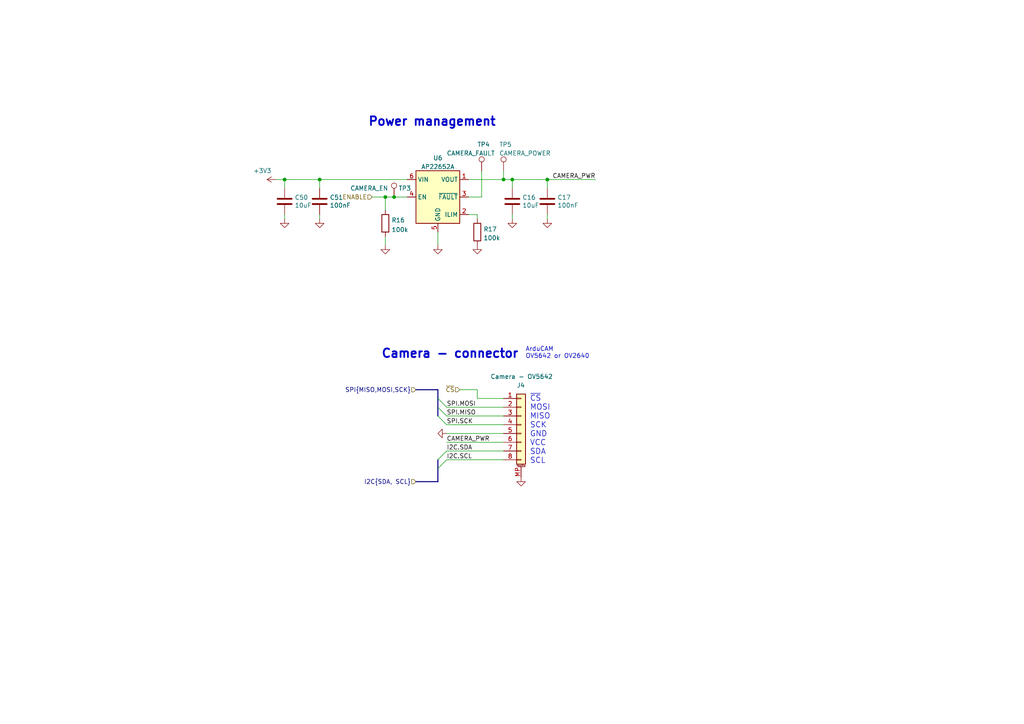
<source format=kicad_sch>
(kicad_sch (version 20211123) (generator eeschema)
  (paper "A4")
  (title_block (title "BUTCube - Flight controller") (date "2022-03-11") (rev "v1.0") (comment 1 "Author: Petr Malaník"))
  (lib_symbols
    (symbol "Connector:TestPoint" (pin_numbers hide) (pin_names (offset 0.762) hide)
      (property "Reference" "TP" (at 0 6.858 0))
      (property "Value" "TestPoint" (at 0 5.08 0))
      (symbol "TestPoint_0_1"
        (circle (center 0 3.302) (radius 0.762))
      )
      (symbol "TestPoint_1_1"
        (pin passive line (at 0 0 90) (length 2.54) (name "1") (number "1"))
      )
    )
    (symbol "Connector_Generic_MountingPin:Conn_01x08_MountingPin" (pin_names (offset 1.016) hide)
      (property "Reference" "J" (at 0 10.16 0))
      (property "Value" "Conn_01x08_MountingPin" (at 1.27 -12.7 0))
      (symbol "Conn_01x08_MountingPin_1_1"
        (rectangle (start -1.27 -10.033) (end 0 -10.287) (stroke (width 0.1524)))
        (rectangle (start -1.27 -7.493) (end 0 -7.747) (stroke (width 0.1524)))
        (rectangle (start -1.27 -4.953) (end 0 -5.207) (stroke (width 0.1524)))
        (rectangle (start -1.27 -2.413) (end 0 -2.667) (stroke (width 0.1524)))
        (rectangle (start -1.27 0.127) (end 0 -0.127) (stroke (width 0.1524)))
        (rectangle (start -1.27 2.667) (end 0 2.413) (stroke (width 0.1524)))
        (rectangle (start -1.27 5.207) (end 0 4.953) (stroke (width 0.1524)))
        (rectangle (start -1.27 7.747) (end 0 7.493) (stroke (width 0.1524)))
        (rectangle (start -1.27 8.89) (end 1.27 -11.43) (stroke (width 0.254)) (fill (type background)))
        (polyline (pts (xy -1.016 -12.192) (xy 1.016 -12.192)) (stroke (width 0.1524)))
        (text "Mounting" (at 0 -11.811 0) (effects (font (size 0.381 0.381))))
        (pin passive line (at -5.08 7.62 0) (length 3.81) (name "Pin_1") (number "1"))
        (pin passive line (at -5.08 5.08 0) (length 3.81) (name "Pin_2") (number "2"))
        (pin passive line (at -5.08 2.54 0) (length 3.81) (name "Pin_3") (number "3"))
        (pin passive line (at -5.08 0 0) (length 3.81) (name "Pin_4") (number "4"))
        (pin passive line (at -5.08 -2.54 0) (length 3.81) (name "Pin_5") (number "5"))
        (pin passive line (at -5.08 -5.08 0) (length 3.81) (name "Pin_6") (number "6"))
        (pin passive line (at -5.08 -7.62 0) (length 3.81) (name "Pin_7") (number "7"))
        (pin passive line (at -5.08 -10.16 0) (length 3.81) (name "Pin_8") (number "8"))
        (pin passive line (at 0 -15.24 90) (length 3.048) (name "MountPin") (number "MP"))
      )
    )
    (symbol "Device:C" (pin_numbers hide) (pin_names (offset 0.254))
      (property "Reference" "C" (at 0.635 2.54 0))
      (property "Value" "C" (at 0.635 -2.54 0))
      (symbol "C_0_1"
        (polyline (pts (xy -2.032 -0.762) (xy 2.032 -0.762)) (stroke (width 0.508)))
        (polyline (pts (xy -2.032 0.762) (xy 2.032 0.762)) (stroke (width 0.508)))
      )
      (symbol "C_1_1"
        (pin passive line (at 0 3.81 270) (length 2.794) (name "~") (number "1"))
        (pin passive line (at 0 -3.81 90) (length 2.794) (name "~") (number "2"))
      )
    )
    (symbol "Device:R" (pin_numbers hide) (pin_names (offset 0))
      (property "Reference" "R" (at 2.032 0 90))
      (property "Value" "R" (at 0 0 90))
      (symbol "R_0_1"
        (rectangle (start -1.016 -2.54) (end 1.016 2.54) (stroke (width 0.254)))
      )
      (symbol "R_1_1"
        (pin passive line (at 0 3.81 270) (length 1.27) (name "~") (number "1"))
        (pin passive line (at 0 -3.81 90) (length 1.27) (name "~") (number "2"))
      )
    )
    (symbol "TCY_power_management:AP22653"
      (property "Reference" "U" (at 8.89 7.62 0))
      (property "Value" "AP22653" (at 0 7.62 0))
      (symbol "AP22653_0_1"
        (rectangle (start -6.35 5.08) (end 6.35 -10.16) (stroke (width 0.254)) (fill (type background)))
      )
      (symbol "AP22653_1_1"
        (pin power_out line (at 8.89 2.54 180) (length 2.54) (name "VOUT") (number "1"))
        (pin passive line (at 8.89 -7.62 180) (length 2.54) (name "ILIM") (number "2"))
        (pin output line (at 8.89 -2.54 180) (length 2.54) (name "~{FAULT}") (number "3"))
        (pin input line (at -8.89 -2.54 0) (length 2.54) (name "EN") (number "4"))
        (pin passive line (at 0 -12.7 90) (length 2.54) (name "GND") (number "5"))
        (pin power_in line (at -8.89 2.54 0) (length 2.54) (name "VIN") (number "6"))
        (pin passive line (at 0 -12.7 90) (length 2.54) hide (name "E_PAD") (number "7"))
      )
    )
    (symbol "power:+3V3" (power) (pin_names (offset 0))
      (property "Value" "+3V3" (at 0 3.556 0))
      (symbol "+3V3_0_1"
        (polyline (pts (xy -0.762 1.27) (xy 0 2.54)))
        (polyline (pts (xy 0 0) (xy 0 2.54)))
        (polyline (pts (xy 0 2.54) (xy 0.762 1.27)))
      )
      (symbol "+3V3_1_1"
        (pin power_in line (at 0 0 90) (length 0) hide (name "+3V3") (number "1"))
      )
    )
    (symbol "power:GND" (power) (pin_names (offset 0))
      (property "Value" "GND" (at 0 -3.81 0))
      (symbol "GND_0_1"
        (polyline (pts (xy 0 0) (xy 0 -1.27) (xy 1.27 -1.27) (xy 0 -2.54) (xy -1.27 -1.27) (xy 0 -1.27)))
      )
      (symbol "GND_1_1"
        (pin power_in line (at 0 0 270) (length 0) hide (name "GND") (number "1"))
      )
    )
  )
  (junction (at 114.3 57.15))
  (junction (at 158.75 52.07))
  (junction (at 146.05 52.07) (diameter 0.9144))
  (junction (at 82.55 52.07))
  (junction (at 148.59 52.07))
  (junction (at 111.76 57.15))
  (junction (at 92.71 52.07))
  (bus_entry (at 127 133.35) (size 2.54 -2.54))
  (bus_entry (at 127 135.89) (size 2.54 -2.54))
  (bus_entry (at 127 118.11) (size 2.54 2.54))
  (bus_entry (at 127 120.65) (size 2.54 2.54))
  (bus_entry (at 127 115.57) (size 2.54 2.54))
  (wire (pts (xy 92.71 62.23) (xy 92.71 63.5)))
  (bus (pts (xy 127 113.03) (xy 127 115.57)))
  (bus (pts (xy 127 115.57) (xy 127 118.11)))
  (wire (pts (xy 111.76 57.15) (xy 114.3 57.15)))
  (wire (pts (xy 148.59 62.23) (xy 148.59 63.5)))
  (wire (pts (xy 107.95 57.15) (xy 111.76 57.15)))
  (wire (pts (xy 82.55 52.07) (xy 82.55 54.61)))
  (wire (pts (xy 111.76 57.15) (xy 111.76 60.96)))
  (wire (pts (xy 135.89 57.15) (xy 139.7 57.15)))
  (wire (pts (xy 82.55 62.23) (xy 82.55 63.5)))
  (bus (pts (xy 120.65 139.7) (xy 127 139.7)))
  (wire (pts (xy 114.3 57.15) (xy 118.11 57.15)))
  (wire (pts (xy 129.54 118.11) (xy 146.05 118.11)))
  (wire (pts (xy 158.75 62.23) (xy 158.75 63.5)))
  (wire (pts (xy 135.89 52.07) (xy 146.05 52.07)))
  (wire (pts (xy 92.71 52.07) (xy 118.11 52.07)))
  (wire (pts (xy 82.55 52.07) (xy 92.71 52.07)))
  (wire (pts (xy 129.54 128.27) (xy 146.05 128.27)))
  (wire (pts (xy 129.54 125.73) (xy 146.05 125.73)))
  (wire (pts (xy 127 67.31) (xy 127 71.12)))
  (bus (pts (xy 120.65 113.03) (xy 127 113.03)))
  (wire (pts (xy 139.7 49.53) (xy 139.7 57.15)))
  (bus (pts (xy 127 135.89) (xy 127 139.7)))
  (wire (pts (xy 138.43 62.23) (xy 138.43 63.5)))
  (wire (pts (xy 80.01 52.07) (xy 82.55 52.07)))
  (wire (pts (xy 135.89 62.23) (xy 138.43 62.23)))
  (wire (pts (xy 146.05 52.07) (xy 148.59 52.07)))
  (bus (pts (xy 127 133.35) (xy 127 135.89)))
  (bus (pts (xy 127 118.11) (xy 127 120.65)))
  (wire (pts (xy 129.54 123.19) (xy 146.05 123.19)))
  (wire (pts (xy 146.05 49.53) (xy 146.05 52.07)))
  (wire (pts (xy 148.59 52.07) (xy 148.59 54.61)))
  (wire (pts (xy 129.54 130.81) (xy 146.05 130.81)))
  (wire (pts (xy 138.43 113.03) (xy 138.43 115.57)))
  (wire (pts (xy 111.76 68.58) (xy 111.76 71.12)))
  (wire (pts (xy 92.71 52.07) (xy 92.71 54.61)))
  (wire (pts (xy 133.35 113.03) (xy 138.43 113.03)))
  (wire (pts (xy 146.05 115.57) (xy 138.43 115.57)))
  (wire (pts (xy 129.54 133.35) (xy 146.05 133.35)))
  (wire (pts (xy 148.59 52.07) (xy 158.75 52.07)))
  (wire (pts (xy 158.75 52.07) (xy 158.75 54.61)))
  (wire (pts (xy 129.54 120.65) (xy 146.05 120.65)))
  (wire (pts (xy 158.75 52.07) (xy 172.72 52.07)))
  (text "ArduCAM\nOV5642 or OV2640" (at 152.4 104.14 0) (effects (font (size 1.27 1.27)) (justify left bottom)))
  (text "~{CS}\nMOSI\nMISO\nSCK\nGND\nVCC\nSDA\nSCL" (at 153.67 134.62 0) (effects (font (size 1.6 1.6)) (justify left bottom)))
  (text "Power management" (at 106.68 36.83 0) (effects (font (size 2.5 2.5) (thickness 0.5) bold) (justify left bottom)))
  (text "Camera - connector" (at 110.49 104.14 0) (effects (font (size 2.5 2.5) (thickness 0.5) bold) (justify left bottom)))
  (label "I2C.SCL" (at 129.54 133.35 0))
  (label "CAMERA_PWR" (at 129.54 128.27 0))
  (label "SPI.MISO" (at 129.54 120.65 0))
  (label "SPI.MOSI" (at 129.54 118.11 0))
  (label "SPI.SCK" (at 129.54 123.19 0))
  (label "CAMERA_PWR" (at 172.72 52.07 180))
  (label "I2C.SDA" (at 129.54 130.81 0))
  (hierarchical_label "I2C{SDA, SCL}" (shape input) (at 120.65 139.7 180))
  (hierarchical_label "~{CS}" (shape input) (at 133.35 113.03 180))
  (hierarchical_label "ENABLE" (shape input) (at 107.95 57.15 180))
  (hierarchical_label "SPI{MISO,MOSI,SCK}" (shape input) (at 120.65 113.03 180))
  (symbol (lib_id "power:GND") (at 151.13 138.43 0) (unit 1)
    (property "Reference" "#PWR048" (effects hide))
    (property "Value" "GND" (effects hide))
  )
  (symbol (lib_id "power:GND") (at 82.55 63.5 0) (unit 1)
    (property "Reference" "#PWR0174" (effects hide))
    (property "Value" "GND" (effects hide))
  )
  (symbol (lib_id "Connector_Generic_MountingPin:Conn_01x08_MountingPin") (at 151.13 123.19 0) (unit 1)
    (property "Reference" "J4" (at 149.86 111.76 0) (effects (justify left)))
    (property "Value" "Camera - OV5642" (at 142.24 109.22 0) (effects (justify left)))
    (property "Footprint" "TCY_connectors:Amphenol_10114830-11108LF_1x08_P1.25mm_Horizontal" (effects hide))
  )
  (symbol (lib_id "power:GND") (at 127 71.12 0) (unit 1)
    (property "Reference" "#PWR044" (effects hide))
    (property "Value" "GND" (effects hide))
  )
  (symbol (lib_id "power:GND") (at 148.59 63.5 0) (unit 1)
    (property "Reference" "#PWR047" (effects hide))
    (property "Value" "GND" (effects hide))
  )
  (symbol (lib_id "Connector:TestPoint") (at 114.3 57.15 0) (unit 1)
    (property "Reference" "TP3" (at 115.57 54.61 0) (effects (justify left)))
    (property "Value" "CAMERA_EN" (at 101.6 54.61 0) (effects (justify left)))
    (property "Footprint" "TCY_connectors:TestPoint_Pad_D0.5mm" (effects hide))
  )
  (symbol (lib_id "Device:C") (at 148.59 58.42 0) (unit 1)
    (property "Reference" "C16" (at 151.5111 57.2706 0) (effects (justify left)))
    (property "Value" "10uF" (at 151.511 59.569 0) (effects (justify left)))
    (property "Footprint" "Capacitor_SMD:C_0805_2012Metric" (effects hide))
  )
  (symbol (lib_id "power:GND") (at 111.76 71.12 0) (unit 1)
    (property "Reference" "#PWR0176" (effects hide))
    (property "Value" "GND" (effects hide))
  )
  (symbol (lib_id "power:GND") (at 129.54 125.73 270) (unit 1)
    (property "Reference" "#PWR045" (effects hide))
    (property "Value" "GND" (effects hide))
  )
  (symbol (lib_id "Device:R") (at 138.43 67.31 0) (unit 1)
    (property "Reference" "R17" (at 140.208 66.4753 0) (effects (justify left)))
    (property "Value" "100k" (at 140.208 69.0122 0) (effects (justify left)))
    (property "Footprint" "TCY_passives:R_0603_1608Metric" (effects hide))
  )
  (symbol (lib_id "Device:R") (at 111.76 64.77 0) (unit 1)
    (property "Reference" "R16" (at 113.5381 63.8615 0) (effects (justify left)))
    (property "Value" "100k" (at 113.5381 66.6366 0) (effects (justify left)))
    (property "Footprint" "TCY_passives:R_0603_1608Metric" (effects hide))
  )
  (symbol (lib_id "power:+3V3") (at 80.01 52.07 90) (unit 1)
    (property "Reference" "#PWR043" (effects hide))
    (property "Value" "+3V3" (at 78.74 49.53 90) (effects (justify left)))
  )
  (symbol (lib_id "Connector:TestPoint") (at 139.7 49.53 0) (unit 1)
    (property "Reference" "TP4" (at 138.43 41.91 0) (effects (justify left)))
    (property "Value" "CAMERA_FAULT" (at 129.54 44.45 0) (effects (justify left)))
    (property "Footprint" "TCY_connectors:TestPoint_Pad_D0.5mm" (effects hide))
  )
  (symbol (lib_id "Connector:TestPoint") (at 146.05 49.53 0) (unit 1)
    (property "Reference" "TP5" (at 144.78 41.91 0) (effects (justify left)))
    (property "Value" "CAMERA_POWER" (at 144.78 44.45 0) (effects (justify left)))
    (property "Footprint" "TCY_connectors:TestPoint_Pad_D0.5mm" (effects hide))
  )
  (symbol (lib_id "Device:C") (at 82.55 58.42 0) (unit 1)
    (property "Reference" "C50" (at 85.4711 57.2706 0) (effects (justify left)))
    (property "Value" "10uF" (at 85.471 59.569 0) (effects (justify left)))
    (property "Footprint" "Capacitor_SMD:C_0805_2012Metric" (effects hide))
  )
  (symbol (lib_id "Device:C") (at 158.75 58.42 0) (unit 1)
    (property "Reference" "C17" (at 161.6711 57.2706 0) (effects (justify left)))
    (property "Value" "100nF" (at 161.671 59.569 0) (effects (justify left)))
    (property "Footprint" "TCY_passives:C_0603_1608Metric" (effects hide))
  )
  (symbol (lib_id "power:GND") (at 158.75 63.5 0) (unit 1)
    (property "Reference" "#PWR049" (effects hide))
    (property "Value" "GND" (effects hide))
  )
  (symbol (lib_id "power:GND") (at 138.43 71.12 0) (unit 1)
    (property "Reference" "#PWR046" (effects hide))
    (property "Value" "GND" (effects hide))
  )
  (symbol (lib_id "TCY_power_management:AP22653") (at 127 54.61 0) (unit 1)
    (property "Reference" "U6" (at 127 45.8302 0))
    (property "Value" "AP22652A" (at 127 48.3671 0))
    (property "Footprint" "Package_DFN_QFN:DFN-6-1EP_2x2mm_P0.65mm_EP1x1.6mm" (effects hide))
    (property "Datasheet" "https://www.diodes.com/assets/Datasheets/AP22652_53_52A_53A.pdf" (effects hide))
  )
  (symbol (lib_id "power:GND") (at 92.71 63.5 0) (unit 1)
    (property "Reference" "#PWR0175" (effects hide))
    (property "Value" "GND" (effects hide))
  )
  (symbol (lib_id "Device:C") (at 92.71 58.42 0) (unit 1)
    (property "Reference" "C51" (at 95.6311 57.2706 0) (effects (justify left)))
    (property "Value" "100nF" (at 95.631 59.569 0) (effects (justify left)))
    (property "Footprint" "TCY_passives:C_0603_1608Metric" (effects hide))
  )
)
</source>
